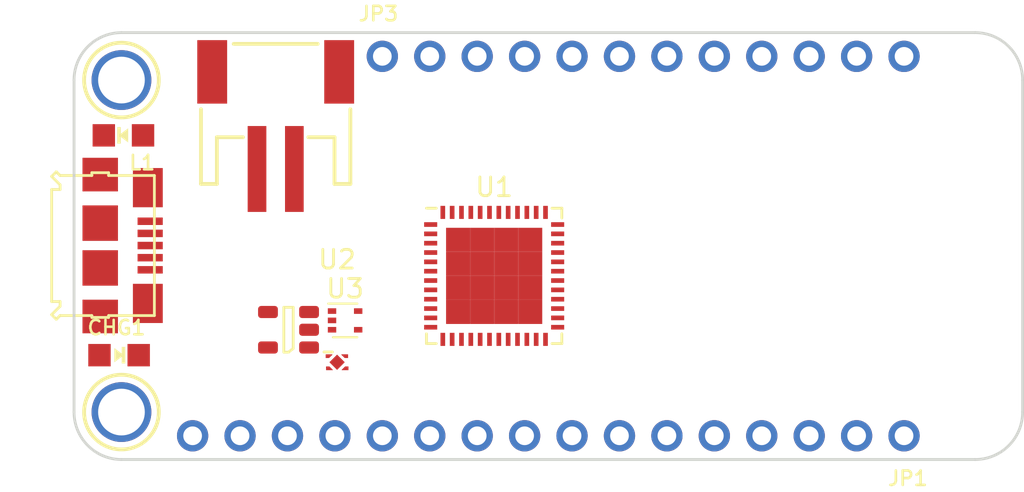
<source format=kicad_pcb>
(kicad_pcb (version 20221018) (generator pcbnew)
  (layers (0 "F.Cu" signal "Top") (31 "B.Cu" signal "Bottom") (34 "B.Paste" user) (35 "F.Paste" user) (36 "B.SilkS" user "B.Silkscreen") (37 "F.SilkS" user "F.Silkscreen") (38 "B.Mask" user) (39 "F.Mask" user) (44 "Edge.Cuts" user))
  (net 0 "")
  (net 1 "GND")
  (net 2 "+3V3")
  (net 3 "VBUS")
  (net 4 "VBAT")
  (net 5 "/AREF")
  (net 6 "/D13")
  (net 7 "/~{RESET}")
  (net 8 "/EN")
  (net 9 "/A0")
  (net 10 "/A1")
  (net 11 "/A2")
  (net 12 "/A3")
  (net 13 "/A4")
  (net 14 "/A5")
  (net 15 "/SCK")
  (net 16 "/MOSI")
  (net 17 "/MISO")
  (net 18 "/RX_D0")
  (net 19 "/TX_D1")
  (net 20 "/D4")
  (net 21 "/SDA")
  (net 22 "/SCL")
  (net 23 "/D5")
  (net 24 "/D6")
  (net 25 "/D9")
  (net 26 "/D10")
  (net 27 "/D11")
  (net 28 "/D12")
  (net 29 "Net-(L1-PadA)")
  (net 30 "Net-(CHG1-PadC)")
  (net 31 "Net-(J4-Pad1)")
  (net 32 "Net-(J4-Pad2)")
  (net 33 "Net-(U1-Pad48)")
  (net 34 "Net-(U1-Pad47)")
  (net 35 "Net-(U1-Pad46)")
  (net 36 "Net-(U1-Pad45)")
  (net 37 "Net-(U1-Pad44)")
  (net 38 "Net-(U1-Pad43)")
  (net 39 "Net-(U1-Pad42)")
  (net 40 "Net-(U1-Pad41)")
  (net 41 "Net-(U1-Pad40)")
  (net 42 "Net-(U1-Pad39)")
  (net 43 "Net-(U1-Pad38)")
  (net 44 "Net-(U1-Pad37)")
  (net 45 "Net-(U1-Pad36)")
  (net 46 "Net-(U1-Pad35)")
  (net 47 "Net-(U1-Pad34)")
  (net 48 "Net-(U1-Pad33)")
  (net 49 "Net-(U1-Pad32)")
  (net 50 "Net-(U1-Pad31)")
  (net 51 "Net-(U1-Pad30)")
  (net 52 "Net-(U1-Pad29)")
  (net 53 "Net-(U1-Pad28)")
  (net 54 "Net-(U1-Pad27)")
  (net 55 "Net-(U1-Pad26)")
  (net 56 "Net-(U1-Pad25)")
  (net 57 "Net-(U1-Pad24)")
  (net 58 "Net-(U1-Pad23)")
  (net 59 "Net-(U1-Pad22)")
  (net 60 "Net-(U1-Pad21)")
  (net 61 "Net-(U1-Pad20)")
  (net 62 "Net-(U1-Pad19)")
  (net 63 "Net-(U1-Pad18)")
  (net 64 "Net-(U1-Pad17)")
  (net 65 "Net-(U1-Pad16)")
  (net 66 "Net-(U1-Pad15)")
  (net 67 "Net-(U1-Pad14)")
  (net 68 "Net-(U1-Pad13)")
  (net 69 "Net-(U1-Pad12)")
  (net 70 "Net-(U1-Pad11)")
  (net 71 "Net-(U1-Pad10)")
  (net 72 "Net-(U1-Pad9)")
  (net 73 "Net-(U1-Pad8)")
  (net 74 "Net-(U1-Pad7)")
  (net 75 "Net-(U1-Pad6)")
  (net 76 "Net-(U1-Pad5)")
  (net 77 "Net-(U1-Pad4)")
  (net 78 "Net-(U1-Pad3)")
  (net 79 "Net-(U1-Pad2)")
  (net 80 "Net-(U1-Pad1)")
  (net 81 "Net-(U2-Pad2)")
  (net 82 "Net-(U2-Pad1)")
  (net 83 "Net-(U2-Pad3)")
  (net 84 "Net-(U2-Pad4)")
  (net 85 "Net-(U3-Pad1)")
  (net 86 "Net-(U3-Pad5)")
  (net 87 "Net-(U3-Pad2)")
  (net 88 "Net-(U3-Pad4)")
  (net 89 "Net-(U4-Pad1)")
  (net 90 "Net-(U4-Pad2)")
  (net 91 "Net-(U4-Pad3)")
  (net 92 "Net-(U4-Pad4)")
  (net 93 "Net-(U4-Pad5)")
  (footprint "Adafruit Feather M4 Express:CHIPLED_0805_NOOUTLINE" (layer "F.Cu") (at 125.645 98.531 90)
    (fp_text reference "L1" (at -1.016 1.778) (layer "F.SilkS") (effects (font (size 0.77216 0.77216) (thickness 0.138988)) (justify right top)))
    (fp_text value "RED")
    (fp_poly (pts (xy 0 -0.254) (xy -0.381 0.254) (xy 0.381 0.254)) (fill solid) (layer "F.SilkS"))
    (fp_poly (pts (xy -0.4445 -0.1405) (xy 0.4445 -0.1405) (xy 0.4445 -0.331) (xy -0.4445 -0.331)) (fill solid) (layer "F.SilkS"))
    (pad "A" smd rect (at 0 1.05 90) (size 1.2 1.2) (layers "F.Cu" "F.Paste" "F.Mask") (net 29 "Net-(L1-PadA)"))
    (pad "C" smd rect (at 0 -1.05 90) (size 1.2 1.2) (layers "F.Cu" "F.Paste" "F.Mask") (net 1 "GND"))
  )
  (footprint "Adafruit Feather M4 Express:MOUNTINGHOLE_2.5_PLATED" (layer "F.Cu") (at 125.54 95.57 -90)
    (fp_text reference "U$31" hide)
    (fp_text value "MOUNTINGHOLE2.5" hide)
    (fp_circle (center 0 0) (end 2 0) (stroke (width 0.2032)) (fill none) (layer "F.SilkS"))
    (pad "" thru_hole circle (at 0 0 270) (size 3.2 3.2) (drill 2.5) (layers "*.Cu" "*.Mask"))
  )
  (footprint "Adafruit Feather M4 Express:MOUNTINGHOLE_2.5_PLATED" (layer "F.Cu") (at 125.54 113.35 -90)
    (fp_text reference "U$32" hide)
    (fp_text value "MOUNTINGHOLE2.5" hide)
    (fp_circle (center 0 0) (end 2 0) (stroke (width 0.2032)) (fill none) (layer "F.SilkS"))
    (pad "" thru_hole circle (at 0 0 270) (size 3.2 3.2) (drill 2.5) (layers "*.Cu" "*.Mask"))
  )
  (footprint "Adafruit Feather M4 Express:1X16_ROUND" (layer "F.Cu") (at 148.4 114.62 180)
    (fp_text reference "JP1" (at -20.3962 -1.8288) (layer "F.SilkS") (effects (font (size 0.77216 0.77216) (thickness 0.138988)) (justify right top)))
    (fp_text value "HEADER-1X16ROUND")
    (pad "1" thru_hole circle (at -19.05 0 270) (size 1.6764 1.6764) (drill 1) (layers "*.Cu" "*.Mask") (net 20 "/D4"))
    (pad "2" thru_hole circle (at -16.51 0 270) (size 1.6764 1.6764) (drill 1) (layers "*.Cu" "*.Mask") (net 19 "/TX_D1"))
    (pad "3" thru_hole circle (at -13.97 0 270) (size 1.6764 1.6764) (drill 1) (layers "*.Cu" "*.Mask") (net 18 "/RX_D0"))
    (pad "4" thru_hole circle (at -11.43 0 270) (size 1.6764 1.6764) (drill 1) (layers "*.Cu" "*.Mask") (net 17 "/MISO"))
    (pad "5" thru_hole circle (at -8.89 0 270) (size 1.6764 1.6764) (drill 1) (layers "*.Cu" "*.Mask") (net 16 "/MOSI"))
    (pad "6" thru_hole circle (at -6.35 0 270) (size 1.6764 1.6764) (drill 1) (layers "*.Cu" "*.Mask") (net 15 "/SCK"))
    (pad "7" thru_hole circle (at -3.81 0 270) (size 1.6764 1.6764) (drill 1) (layers "*.Cu" "*.Mask") (net 14 "/A5"))
    (pad "8" thru_hole circle (at -1.27 0 270) (size 1.6764 1.6764) (drill 1) (layers "*.Cu" "*.Mask") (net 13 "/A4"))
    (pad "9" thru_hole circle (at 1.27 0 270) (size 1.6764 1.6764) (drill 1) (layers "*.Cu" "*.Mask") (net 12 "/A3"))
    (pad "10" thru_hole circle (at 3.81 0 270) (size 1.6764 1.6764) (drill 1) (layers "*.Cu" "*.Mask") (net 11 "/A2"))
    (pad "11" thru_hole circle (at 6.35 0 270) (size 1.6764 1.6764) (drill 1) (layers "*.Cu" "*.Mask") (net 10 "/A1"))
    (pad "12" thru_hole circle (at 8.89 0 270) (size 1.6764 1.6764) (drill 1) (layers "*.Cu" "*.Mask") (net 9 "/A0"))
    (pad "13" thru_hole circle (at 11.43 0 270) (size 1.6764 1.6764) (drill 1) (layers "*.Cu" "*.Mask") (net 1 "GND"))
    (pad "14" thru_hole circle (at 13.97 0 270) (size 1.6764 1.6764) (drill 1) (layers "*.Cu" "*.Mask") (net 5 "/AREF"))
    (pad "15" thru_hole circle (at 16.51 0 270) (size 1.6764 1.6764) (drill 1) (layers "*.Cu" "*.Mask") (net 2 "+3V3"))
    (pad "16" thru_hole circle (at 19.05 0 270) (size 1.6764 1.6764) (drill 1) (layers "*.Cu" "*.Mask") (net 7 "/~{RESET}"))
  )
  (footprint "Adafruit Feather M4 Express:1X12_ROUND" (layer "F.Cu") (at 153.48 94.3)
    (fp_text reference "JP3" (at -15.3162 -1.8288) (layer "F.SilkS") (effects (font (size 0.77216 0.77216) (thickness 0.138988)) (justify left bottom)))
    (fp_text value "HEADER-1X12")
    (pad "1" thru_hole circle (at -13.97 0 90) (size 1.6764 1.6764) (drill 1) (layers "*.Cu" "*.Mask") (net 4 "VBAT"))
    (pad "2" thru_hole circle (at -11.43 0 90) (size 1.6764 1.6764) (drill 1) (layers "*.Cu" "*.Mask") (net 8 "/EN"))
    (pad "3" thru_hole circle (at -8.89 0 90) (size 1.6764 1.6764) (drill 1) (layers "*.Cu" "*.Mask") (net 3 "VBUS"))
    (pad "4" thru_hole circle (at -6.35 0 90) (size 1.6764 1.6764) (drill 1) (layers "*.Cu" "*.Mask") (net 6 "/D13"))
    (pad "5" thru_hole circle (at -3.81 0 90) (size 1.6764 1.6764) (drill 1) (layers "*.Cu" "*.Mask") (net 28 "/D12"))
    (pad "6" thru_hole circle (at -1.27 0 90) (size 1.6764 1.6764) (drill 1) (layers "*.Cu" "*.Mask") (net 27 "/D11"))
    (pad "7" thru_hole circle (at 1.27 0 90) (size 1.6764 1.6764) (drill 1) (layers "*.Cu" "*.Mask") (net 26 "/D10"))
    (pad "8" thru_hole circle (at 3.81 0 90) (size 1.6764 1.6764) (drill 1) (layers "*.Cu" "*.Mask") (net 25 "/D9"))
    (pad "9" thru_hole circle (at 6.35 0 90) (size 1.6764 1.6764) (drill 1) (layers "*.Cu" "*.Mask") (net 24 "/D6"))
    (pad "10" thru_hole circle (at 8.89 0 90) (size 1.6764 1.6764) (drill 1) (layers "*.Cu" "*.Mask") (net 23 "/D5"))
    (pad "11" thru_hole circle (at 11.43 0 90) (size 1.6764 1.6764) (drill 1) (layers "*.Cu" "*.Mask") (net 22 "/SCL"))
    (pad "12" thru_hole circle (at 13.97 0 90) (size 1.6764 1.6764) (drill 1) (layers "*.Cu" "*.Mask") (net 21 "/SDA"))
  )
  (footprint "Adafruit Feather M4 Express:CHIPLED_0805_NOOUTLINE" (layer "F.Cu") (at 125.413 110.302 -90)
    (fp_text reference "CHG1" (at -1.016 1.778) (layer "F.SilkS") (effects (font (size 0.77216 0.77216) (thickness 0.138988)) (justify left bottom)))
    (fp_text value "ORANGE")
    (fp_poly (pts (xy 0 -0.254) (xy -0.381 0.254) (xy 0.381 0.254)) (fill solid) (layer "F.SilkS"))
    (fp_poly (pts (xy -0.4445 -0.1405) (xy 0.4445 -0.1405) (xy 0.4445 -0.331) (xy -0.4445 -0.331)) (fill solid) (layer "F.SilkS"))
    (pad "A" smd rect (at 0 1.05 270) (size 1.2 1.2) (layers "F.Cu" "F.Paste" "F.Mask") (net 3 "VBUS"))
    (pad "C" smd rect (at 0 -1.05 270) (size 1.2 1.2) (layers "F.Cu" "F.Paste" "F.Mask") (net 30 "Net-(CHG1-PadC)"))
  )
  (footprint "pkl_connectors:Connector_USB_Micro_B_SMD" (layer "F.Cu") (at 124.4025 104.4314 180)
    (fp_text reference "J3")
    (fp_text value "USB_OTG")
    (fp_line (start -2.9 -3.75) (end -0.45 -3.75) (stroke (width 0.15)) (layer "F.SilkS"))
    (fp_line (start -2.9 3.75) (end -2.9 -3.75) (stroke (width 0.15)) (layer "F.SilkS"))
    (fp_line (start -2.9 3.75) (end -0.45 3.75) (stroke (width 0.15)) (layer "F.SilkS"))
    (fp_line (start -0.45 -3.85) (end 0.45 -3.85) (stroke (width 0.15)) (layer "F.SilkS"))
    (fp_line (start -0.45 -3.75) (end -0.45 -3.85) (stroke (width 0.15)) (layer "F.SilkS"))
    (fp_line (start -0.45 3.75) (end -0.45 3.9) (stroke (width 0.15)) (layer "F.SilkS"))
    (fp_line (start -0.45 3.9) (end 0.45 3.9) (stroke (width 0.15)) (layer "F.SilkS"))
    (fp_line (start 0.45 -3.85) (end 0.45 -3.75) (stroke (width 0.15)) (layer "F.SilkS"))
    (fp_line (start 0.45 -3.75) (end 2.15 -3.75) (stroke (width 0.15)) (layer "F.SilkS"))
    (fp_line (start 0.45 3.75) (end 2.15 3.75) (stroke (width 0.15)) (layer "F.SilkS"))
    (fp_line (start 0.45 3.9) (end 0.45 3.75) (stroke (width 0.15)) (layer "F.SilkS"))
    (fp_line (start 2.15 -3.75) (end 2.35 -3.95) (stroke (width 0.15)) (layer "F.SilkS"))
    (fp_line (start 2.15 -3.25) (end 2.15 -3) (stroke (width 0.15)) (layer "F.SilkS"))
    (fp_line (start 2.15 -3) (end 2.6 -3) (stroke (width 0.15)) (layer "F.SilkS"))
    (fp_line (start 2.15 3) (end 2.6 3) (stroke (width 0.15)) (layer "F.SilkS"))
    (fp_line (start 2.15 3.25) (end 2.15 3) (stroke (width 0.15)) (layer "F.SilkS"))
    (fp_line (start 2.15 3.75) (end 2.35 3.95) (stroke (width 0.15)) (layer "F.SilkS"))
    (fp_line (start 2.35 -3.95) (end 2.6 -3.7) (stroke (width 0.15)) (layer "F.SilkS"))
    (fp_line (start 2.35 3.95) (end 2.6 3.7) (stroke (width 0.15)) (layer "F.SilkS"))
    (fp_line (start 2.6 -3.7) (end 2.15 -3.25) (stroke (width 0.15)) (layer "F.SilkS"))
    (fp_line (start 2.6 3) (end 2.6 -3) (stroke (width 0.15)) (layer "F.SilkS"))
    (fp_line (start 2.6 3.7) (end 2.15 3.25) (stroke (width 0.15)) (layer "F.SilkS"))
    (pad "1" smd rect (at -2.675 1.3 270) (size 0.4 1.35) (layers "F.Cu" "F.Paste" "F.Mask"))
    (pad "2" smd rect (at -2.675 0.65 270) (size 0.4 1.35) (layers "F.Cu" "F.Paste" "F.Mask"))
    (pad "3" smd rect (at -2.675 0 270) (size 0.4 1.35) (layers "F.Cu" "F.Paste" "F.Mask"))
    (pad "4" smd rect (at -2.675 -0.65 270) (size 0.4 1.35) (layers "F.Cu" "F.Paste" "F.Mask"))
    (pad "5" smd rect (at -2.675 -1.3 270) (size 0.4 1.35) (layers "F.Cu" "F.Paste" "F.Mask"))
    (pad "GND" smd rect (at -2.55 -3.1 270) (size 2.1 1.6) (layers "F.Cu" "F.Paste" "F.Mask"))
    (pad "GND" smd rect (at -2.55 3.1 270) (size 2.1 1.6) (layers "F.Cu" "F.Paste" "F.Mask"))
    (pad "GND" smd rect (at 0 -3.8 270) (size 1.8 1.9) (layers "F.Cu" "F.Paste" "F.Mask"))
    (pad "GND" smd rect (at 0 -1.2 270) (size 1.9 1.9) (layers "F.Cu" "F.Paste" "F.Mask"))
    (pad "GND" smd rect (at 0 1.2 270) (size 1.9 1.9) (layers "F.Cu" "F.Paste" "F.Mask"))
    (pad "GND" smd rect (at 0 3.8 270) (size 1.8 1.9) (layers "F.Cu" "F.Paste" "F.Mask"))
  )
  (footprint "gkl_conn:S2B-PH-SM4-TB" (layer "F.Cu") (at 133.7989 96.6314)
    (fp_text reference "J4" hide)
    (fp_text value "Conn_01x02_Male" hide)
    (fp_line (start -4 4.5) (end -4 0.5) (stroke (width 0.2032)) (layer "F.SilkS"))
    (fp_line (start -3.15 2) (end -3.15 4.5) (stroke (width 0.2032)) (layer "F.SilkS"))
    (fp_line (start -3.15 4.5) (end -4 4.5) (stroke (width 0.2032)) (layer "F.SilkS"))
    (fp_line (start -2.25 -3) (end 2.25 -3) (stroke (width 0.2032)) (layer "F.SilkS"))
    (fp_line (start -1.75 2) (end -3.15 2) (stroke (width 0.2032)) (layer "F.SilkS"))
    (fp_line (start 3.15 2) (end 1.75 2) (stroke (width 0.2032)) (layer "F.SilkS"))
    (fp_line (start 3.15 4.5) (end 3.15 2) (stroke (width 0.2032)) (layer "F.SilkS"))
    (fp_line (start 4 0.5) (end 4 4.5) (stroke (width 0.2032)) (layer "F.SilkS"))
    (fp_line (start 4 4.5) (end 3.15 4.5) (stroke (width 0.2032)) (layer "F.SilkS"))
    (pad "1" smd rect (at -1 3.7) (size 1 4.6) (layers "F.Cu" "F.Paste" "F.Mask") (net 31 "Net-(J4-Pad1)"))
    (pad "2" smd rect (at 1 3.7) (size 1 4.6) (layers "F.Cu" "F.Paste" "F.Mask") (net 32 "Net-(J4-Pad2)"))
    (pad "NC1" smd rect (at -3.4 -1.5 90) (size 3.4 1.6) (layers "F.Cu" "F.Paste" "F.Mask"))
    (pad "NC2" smd rect (at 3.4 -1.5 90) (size 3.4 1.6) (layers "F.Cu" "F.Paste" "F.Mask"))
  )
  (footprint "Housings_DFN_QFN:QFN-48-1EP_7x7mm_Pitch0.5mm" (layer "F.Cu") (at 145.4989 106.0564)
    (fp_text reference "U1" (at 0 -4.75) (layer "F.SilkS"))
    (fp_text value "ATSAMD51G19A")
    (fp_line (start -3.625 -3.625) (end -3.1 -3.625) (stroke (width 0.15)) (layer "F.SilkS"))
    (fp_line (start -3.625 3.625) (end -3.625 3.1) (stroke (width 0.15)) (layer "F.SilkS"))
    (fp_line (start -3.625 3.625) (end -3.1 3.625) (stroke (width 0.15)) (layer "F.SilkS"))
    (fp_line (start 3.625 -3.625) (end 3.1 -3.625) (stroke (width 0.15)) (layer "F.SilkS"))
    (fp_line (start 3.625 -3.625) (end 3.625 -3.1) (stroke (width 0.15)) (layer "F.SilkS"))
    (fp_line (start 3.625 3.625) (end 3.1 3.625) (stroke (width 0.15)) (layer "F.SilkS"))
    (fp_line (start 3.625 3.625) (end 3.625 3.1) (stroke (width 0.15)) (layer "F.SilkS"))
    (pad "1" smd rect (at -3.4 -2.75) (size 0.7 0.25) (layers "F.Cu" "F.Paste" "F.Mask") (net 80 "Net-(U1-Pad1)"))
    (pad "2" smd rect (at -3.4 -2.25) (size 0.7 0.25) (layers "F.Cu" "F.Paste" "F.Mask") (net 79 "Net-(U1-Pad2)"))
    (pad "3" smd rect (at -3.4 -1.75) (size 0.7 0.25) (layers "F.Cu" "F.Paste" "F.Mask") (net 78 "Net-(U1-Pad3)"))
    (pad "4" smd rect (at -3.4 -1.25) (size 0.7 0.25) (layers "F.Cu" "F.Paste" "F.Mask") (net 77 "Net-(U1-Pad4)"))
    (pad "5" smd rect (at -3.4 -0.75) (size 0.7 0.25) (layers "F.Cu" "F.Paste" "F.Mask") (net 76 "Net-(U1-Pad5)"))
    (pad "6" smd rect (at -3.4 -0.25) (size 0.7 0.25) (layers "F.Cu" "F.Paste" "F.Mask") (net 75 "Net-(U1-Pad6)"))
    (pad "7" smd rect (at -3.4 0.25) (size 0.7 0.25) (layers "F.Cu" "F.Paste" "F.Mask") (net 74 "Net-(U1-Pad7)"))
    (pad "8" smd rect (at -3.4 0.75) (size 0.7 0.25) (layers "F.Cu" "F.Paste" "F.Mask") (net 73 "Net-(U1-Pad8)"))
    (pad "9" smd rect (at -3.4 1.25) (size 0.7 0.25) (layers "F.Cu" "F.Paste" "F.Mask") (net 72 "Net-(U1-Pad9)"))
    (pad "10" smd rect (at -3.4 1.75) (size 0.7 0.25) (layers "F.Cu" "F.Paste" "F.Mask") (net 71 "Net-(U1-Pad10)"))
    (pad "11" smd rect (at -3.4 2.25) (size 0.7 0.25) (layers "F.Cu" "F.Paste" "F.Mask") (net 70 "Net-(U1-Pad11)"))
    (pad "12" smd rect (at -3.4 2.75) (size 0.7 0.25) (layers "F.Cu" "F.Paste" "F.Mask") (net 69 "Net-(U1-Pad12)"))
    (pad "13" smd rect (at -2.75 3.4 90) (size 0.7 0.25) (layers "F.Cu" "F.Paste" "F.Mask") (net 68 "Net-(U1-Pad13)"))
    (pad "14" smd rect (at -2.25 3.4 90) (size 0.7 0.25) (layers "F.Cu" "F.Paste" "F.Mask") (net 67 "Net-(U1-Pad14)"))
    (pad "15" smd rect (at -1.75 3.4 90) (size 0.7 0.25) (layers "F.Cu" "F.Paste" "F.Mask") (net 66 "Net-(U1-Pad15)"))
    (pad "16" smd rect (at -1.25 3.4 90) (size 0.7 0.25) (layers "F.Cu" "F.Paste" "F.Mask") (net 65 "Net-(U1-Pad16)"))
    (pad "17" smd rect (at -0.75 3.4 90) (size 0.7 0.25) (layers "F.Cu" "F.Paste" "F.Mask") (net 64 "Net-(U1-Pad17)"))
    (pad "18" smd rect (at -0.25 3.4 90) (size 0.7 0.25) (layers "F.Cu" "F.Paste" "F.Mask") (net 63 "Net-(U1-Pad18)"))
    (pad "19" smd rect (at 0.25 3.4 90) (size 0.7 0.25) (layers "F.Cu" "F.Paste" "F.Mask") (net 62 "Net-(U1-Pad19)"))
    (pad "20" smd rect (at 0.75 3.4 90) (size 0.7 0.25) (layers "F.Cu" "F.Paste" "F.Mask") (net 61 "Net-(U1-Pad20)"))
    (pad "21" smd rect (at 1.25 3.4 90) (size 0.7 0.25) (layers "F.Cu" "F.Paste" "F.Mask") (net 60 "Net-(U1-Pad21)"))
    (pad "22" smd rect (at 1.75 3.4 90) (size 0.7 0.25) (layers "F.Cu" "F.Paste" "F.Mask") (net 59 "Net-(U1-Pad22)"))
    (pad "23" smd rect (at 2.25 3.4 90) (size 0.7 0.25) (layers "F.Cu" "F.Paste" "F.Mask") (net 58 "Net-(U1-Pad23)"))
    (pad "24" smd rect (at 2.75 3.4 90) (size 0.7 0.25) (layers "F.Cu" "F.Paste" "F.Mask") (net 57 "Net-(U1-Pad24)"))
    (pad "25" smd rect (at 3.4 2.75) (size 0.7 0.25) (layers "F.Cu" "F.Paste" "F.Mask") (net 56 "Net-(U1-Pad25)"))
    (pad "26" smd rect (at 3.4 2.25) (size 0.7 0.25) (layers "F.Cu" "F.Paste" "F.Mask") (net 55 "Net-(U1-Pad26)"))
    (pad "27" smd rect (at 3.4 1.75) (size 0.7 0.25) (layers "F.Cu" "F.Paste" "F.Mask") (net 54 "Net-(U1-Pad27)"))
    (pad "28" smd rect (at 3.4 1.25) (size 0.7 0.25) (layers "F.Cu" "F.Paste" "F.Mask") (net 53 "Net-(U1-Pad28)"))
    (pad "29" smd rect (at 3.4 0.75) (size 0.7 0.25) (layers "F.Cu" "F.Paste" "F.Mask") (net 52 "Net-(U1-Pad29)"))
    (pad "30" smd rect (at 3.4 0.25) (size 0.7 0.25) (layers "F.Cu" "F.Paste" "F.Mask") (net 51 "Net-(U1-Pad30)"))
    (pad "31" smd rect (at 3.4 -0.25) (size 0.7 0.25) (layers "F.Cu" "F.Paste" "F.Mask") (net 50 "Net-(U1-Pad31)"))
    (pad "32" smd rect (at 3.4 -0.75) (size 0.7 0.25) (layers "F.Cu" "F.Paste" "F.Mask") (net 49 "Net-(U1-Pad32)"))
    (pad "33" smd rect (at 3.4 -1.25) (size 0.7 0.25) (layers "F.Cu" "F.Paste" "F.Mask") (net 48 "Net-(U1-Pad33)"))
    (pad "34" smd rect (at 3.4 -1.75) (size 0.7 0.25) (layers "F.Cu" "F.Paste" "F.Mask") (net 47 "Net-(U1-Pad34)"))
    (pad "35" smd rect (at 3.4 -2.25) (size 0.7 0.25) (layers "F.Cu" "F.Paste" "F.Mask") (net 46 "Net-(U1-Pad35)"))
    (pad "36" smd rect (at 3.4 -2.75) (size 0.7 0.25) (layers "F.Cu" "F.Paste" "F.Mask") (net 45 "Net-(U1-Pad36)"))
    (pad "37" smd rect (at 2.75 -3.4 90) (size 0.7 0.25) (layers "F.Cu" "F.Paste" "F.Mask") (net 44 "Net-(U1-Pad37)"))
    (pad "38" smd rect (at 2.25 -3.4 90) (size 0.7 0.25) (layers "F.Cu" "F.Paste" "F.Mask") (net 43 "Net-(U1-Pad38)"))
    (pad "39" smd rect (at 1.75 -3.4 90) (size 0.7 0.25) (layers "F.Cu" "F.Paste" "F.Mask") (net 42 "Net-(U1-Pad39)"))
    (pad "40" smd rect (at 1.25 -3.4 90) (size 0.7 0.25) (layers "F.Cu" "F.Paste" "F.Mask") (net 41 "Net-(U1-Pad40)"))
    (pad "41" smd rect (at 0.75 -3.4 90) (size 0.7 0.25) (layers "F.Cu" "F.Paste" "F.Mask") (net 40 "Net-(U1-Pad41)"))
    (pad "42" smd rect (at 0.25 -3.4 90) (size 0.7 0.25) (layers "F.Cu" "F.Paste" "F.Mask") (net 39 "Net-(U1-Pad42)"))
    (pad "43" smd rect (at -0.25 -3.4 90) (size 0.7 0.25) (layers "F.Cu" "F.Paste" "F.Mask") (net 38 "Net-(U1-Pad43)"))
    (pad "44" smd rect (at -0.75 -3.4 90) (size 0.7 0.25) (layers "F.Cu" "F.Paste" "F.Mask") (net 37 "Net-(U1-Pad44)"))
    (pad "45" smd rect (at -1.25 -3.4 90) (size 0.7 0.25) (layers "F.Cu" "F.Paste" "F.Mask") (net 36 "Net-(U1-Pad45)"))
    (pad "46" smd rect (at -1.75 -3.4 90) (size 0.7 0.25) (layers "F.Cu" "F.Paste" "F.Mask") (net 35 "Net-(U1-Pad46)"))
    (pad "47" smd rect (at -2.25 -3.4 90) (size 0.7 0.25) (layers "F.Cu" "F.Paste" "F.Mask") (net 34 "Net-(U1-Pad47)"))
    (pad "48" smd rect (at -2.75 -3.4 90) (size 0.7 0.25) (layers "F.Cu" "F.Paste" "F.Mask") (net 33 "Net-(U1-Pad48)"))
    (pad "49" smd rect (at -1.93125 -1.93125) (size 1.2875 1.2875) (layers "F.Cu" "F.Paste" "F.Mask") (net 39 "Net-(U1-Pad42)"))
    (pad "49" smd rect (at -1.93125 -0.64375) (size 1.2875 1.2875) (layers "F.Cu" "F.Paste" "F.Mask") (net 39 "Net-(U1-Pad42)"))
    (pad "49" smd rect (at -1.93125 0.64375) (size 1.2875 1.2875) (layers "F.Cu" "F.Paste" "F.Mask") (net 39 "Net-(U1-Pad42)"))
    (pad "49" smd rect (at -1.93125 1.93125) (size 1.2875 1.2875) (layers "F.Cu" "F.Paste" "F.Mask") (net 39 "Net-(U1-Pad42)"))
    (pad "49" smd rect (at -0.64375 -1.93125) (size 1.2875 1.2875) (layers "F.Cu" "F.Paste" "F.Mask") (net 39 "Net-(U1-Pad42)"))
    (pad "49" smd rect (at -0.64375 -0.64375) (size 1.2875 1.2875) (layers "F.Cu" "F.Paste" "F.Mask") (net 39 "Net-(U1-Pad42)"))
    (pad "49" smd rect (at -0.64375 0.64375) (size 1.2875 1.2875) (layers "F.Cu" "F.Paste" "F.Mask") (net 39 "Net-(U1-Pad42)"))
    (pad "49" smd rect (at -0.64375 1.93125) (size 1.2875 1.2875) (layers "F.Cu" "F.Paste" "F.Mask") (net 39 "Net-(U1-Pad42)"))
    (pad "49" smd rect (at 0.64375 -1.93125) (size 1.2875 1.2875) (layers "F.Cu" "F.Paste" "F.Mask") (net 39 "Net-(U1-Pad42)"))
    (pad "49" smd rect (at 0.64375 -0.64375) (size 1.2875 1.2875) (layers "F.Cu" "F.Paste" "F.Mask") (net 39 "Net-(U1-Pad42)"))
    (pad "49" smd rect (at 0.64375 0.64375) (size 1.2875 1.2875) (layers "F.Cu" "F.Paste" "F.Mask") (net 39 "Net-(U1-Pad42)"))
    (pad "49" smd rect (at 0.64375 1.93125) (size 1.2875 1.2875) (layers "F.Cu" "F.Paste" "F.Mask") (net 39 "Net-(U1-Pad42)"))
    (pad "49" smd rect (at 1.93125 -1.93125) (size 1.2875 1.2875) (layers "F.Cu" "F.Paste" "F.Mask") (net 39 "Net-(U1-Pad42)"))
    (pad "49" smd rect (at 1.93125 -0.64375) (size 1.2875 1.2875) (layers "F.Cu" "F.Paste" "F.Mask") (net 39 "Net-(U1-Pad42)"))
    (pad "49" smd rect (at 1.93125 0.64375) (size 1.2875 1.2875) (layers "F.Cu" "F.Paste" "F.Mask") (net 39 "Net-(U1-Pad42)"))
    (pad "49" smd rect (at 1.93125 1.93125) (size 1.2875 1.2875) (layers "F.Cu" "F.Paste" "F.Mask") (net 39 "Net-(U1-Pad42)"))
  )
  (footprint "gkl_housings_son:X2SON_4_1.0x1.0mm" (layer "F.Cu") (at 137.086401 110.681401)
    (fp_text reference "U2" (at 0 -5.5) (layer "F.SilkS"))
    (fp_text value "NCP167")
    (fp_line (start -0.7 -0.55) (end -0.25 -0.55) (stroke (width 0.15)) (layer "F.SilkS"))
    (pad "1" smd custom (at -0.52 -0.325) (size 0.18 0.2) (layers "F.Cu" "F.Paste" "F.Mask") (net 82 "Net-(U2-Pad1)") (options (clearance outline) (anchor rect)) (primitives (gr_poly (pts (xy 0.09 -0.1) (xy 0.27 -0.1) (xy 0.27 -0.075) (xy 0.09 0.1)) (width 0) (fill yes))))
    (pad "2" smd custom (at -0.5 0.325) (size 0.18 0.2) (layers "F.Cu" "F.Paste" "F.Mask") (net 81 "Net-(U2-Pad2)") (options (clearance outline) (anchor rect)) (primitives (gr_poly (pts (xy 0.09 -0.1) (xy 0.27 0.075) (xy 0.27 0.1) (xy 0.09 0.1)) (width 0) (fill yes))))
    (pad "2" smd rect (at 0 0 45) (size 0.58 0.58) (layers "F.Cu" "F.Paste" "F.Mask") (net 81 "Net-(U2-Pad2)"))
    (pad "3" smd custom (at 0.52 0.325 180) (size 0.18 0.2) (layers "F.Cu" "F.Paste" "F.Mask") (net 83 "Net-(U2-Pad3)") (options (clearance outline) (anchor rect)) (primitives (gr_poly (pts (xy 0.09 -0.1) (xy 0.27 -0.1) (xy 0.27 -0.075) (xy 0.09 0.1)) (width 0) (fill yes))))
    (pad "4" smd custom (at 0.5 -0.325 180) (size 0.18 0.2) (layers "F.Cu" "F.Paste" "F.Mask") (net 84 "Net-(U2-Pad4)") (options (clearance outline) (anchor rect)) (primitives (gr_poly (pts (xy 0.09 -0.1) (xy 0.27 0.075) (xy 0.27 0.1) (xy 0.09 0.1)) (width 0) (fill yes))))
  )
  (footprint "TO_SOT_Packages_SMD:SOT-553" (layer "F.Cu") (at 137.516401 108.441401)
    (fp_text reference "U3" (at 0 -1.7) (layer "F.SilkS"))
    (fp_text value "NUP2114")
    (fp_line (start -0.9 -0.9) (end 0.65 -0.9) (stroke (width 0.12)) (layer "F.SilkS"))
    (fp_line (start 0.65 0.9) (end -0.65 0.9) (stroke (width 0.12)) (layer "F.SilkS"))
    (pad "1" smd rect (at -0.7 -0.5) (size 0.45 0.3) (layers "F.Cu" "F.Paste" "F.Mask") (net 85 "Net-(U3-Pad1)"))
    (pad "2" smd rect (at -0.7 0) (size 0.45 0.3) (layers "F.Cu" "F.Paste" "F.Mask") (net 87 "Net-(U3-Pad2)"))
    (pad "3" smd rect (at -0.7 0.5) (size 0.45 0.3) (layers "F.Cu" "F.Paste" "F.Mask"))
    (pad "4" smd rect (at 0.7 0.5) (size 0.45 0.3) (layers "F.Cu" "F.Paste" "F.Mask") (net 88 "Net-(U3-Pad4)"))
    (pad "5" smd rect (at 0.7 -0.5) (size 0.45 0.3) (layers "F.Cu" "F.Paste" "F.Mask") (net 86 "Net-(U3-Pad5)"))
  )
  (footprint "pkl_housings_sot:SOT-23-5" (layer "F.Cu") (at 134.486401 108.941401)
    (fp_text reference "U4")
    (fp_text value "MCP73832")
    (fp_line (start -0.25 -1.2) (end -0.25 1.2) (stroke (width 0.15)) (layer "F.SilkS"))
    (fp_line (start -0.25 1.2) (end 0 1.2) (stroke (width 0.15)) (layer "F.SilkS"))
    (fp_line (start 0 1.2) (end 0.25 1) (stroke (width 0.15)) (layer "F.SilkS"))
    (fp_line (start 0.25 -1.2) (end -0.25 -1.2) (stroke (width 0.15)) (layer "F.SilkS"))
    (fp_line (start 0.25 1) (end 0.25 -1.2) (stroke (width 0.15)) (layer "F.SilkS"))
    (pad "1" smd roundrect (at 1.1 0.95 180) (size 1.06 0.65) (layers "F.Cu" "F.Paste" "F.Mask") (net 89 "Net-(U4-Pad1)"))
    (pad "2" smd roundrect (at 1.1 0 180) (size 1.06 0.65) (layers "F.Cu" "F.Paste" "F.Mask") (net 90 "Net-(U4-Pad2)"))
    (pad "3" smd roundrect (at 1.1 -0.95 180) (size 1.06 0.65) (layers "F.Cu" "F.Paste" "F.Mask") (net 91 "Net-(U4-Pad3)"))
    (pad "4" smd roundrect (at -1.1 -0.95 180) (size 1.06 0.65) (layers "F.Cu" "F.Paste" "F.Mask") (net 92 "Net-(U4-Pad4)"))
    (pad "5" smd roundrect (at -1.1 0.95 180) (size 1.06 0.65) (layers "F.Cu" "F.Paste" "F.Mask") (net 93 "Net-(U4-Pad5)"))
  )
  (footprint "" (layer "F.Cu") (at 171.26 113.35)
    (fp_text reference "@HOLE1" hide)
    (fp_text value "" (at 0 0) (layer "F.SilkS") (effects (font (size 1.27 1.27))))
    (pad "" np_thru_hole circle (at 0 0) (size 2.54 2.54) (drill 2.54) (layers "*.Cu" "*.Mask"))
  )
  (footprint "" (layer "F.Cu") (at 171.26 95.57)
    (fp_text reference "@HOLE0" hide)
    (fp_text value "" (at 0 0) (layer "F.SilkS") (effects (font (size 1.27 1.27))))
    (pad "" np_thru_hole circle (at 0 0) (size 2.54 2.54) (drill 2.54) (layers "*.Cu" "*.Mask"))
  )
  (gr_arc (start 173.8 113.35) (mid 173.056051 115.146051) (end 171.26 115.89) (stroke (width 0.15)) (layer "Edge.Cuts"))
  (gr_line (start 171.26 93.03) (end 125.54 93.03) (stroke (width 0.15)) (layer "Edge.Cuts"))
  (gr_arc (start 123 95.57) (mid 123.743949 93.773949) (end 125.54 93.03) (stroke (width 0.15)) (layer "Edge.Cuts"))
  (gr_arc (start 125.54 115.89) (mid 123.743949 115.146051) (end 123 113.35) (stroke (width 0.15)) (layer "Edge.Cuts"))
  (gr_line (start 125.54 115.89) (end 171.26 115.89) (stroke (width 0.15)) (layer "Edge.Cuts"))
  (gr_line (start 123 95.57) (end 123 113.35) (stroke (width 0.15)) (layer "Edge.Cuts"))
  (gr_arc (start 171.26 93.03) (mid 173.056051 93.773949) (end 173.8 95.57) (stroke (width 0.15)) (layer "Edge.Cuts"))
  (gr_line (start 173.8 113.35) (end 173.8 95.57) (stroke (width 0.15)) (layer "Edge.Cuts"))
)
</source>
